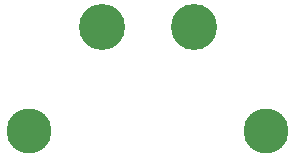
<source format=gbr>
%TF.GenerationSoftware,KiCad,Pcbnew,7.0.1*%
%TF.CreationDate,2023-03-29T13:12:41+01:00*%
%TF.ProjectId,LedBoard,4c656442-6f61-4726-942e-6b696361645f,rev?*%
%TF.SameCoordinates,Original*%
%TF.FileFunction,Copper,L2,Bot*%
%TF.FilePolarity,Positive*%
%FSLAX46Y46*%
G04 Gerber Fmt 4.6, Leading zero omitted, Abs format (unit mm)*
G04 Created by KiCad (PCBNEW 7.0.1) date 2023-03-29 13:12:41*
%MOMM*%
%LPD*%
G01*
G04 APERTURE LIST*
%TA.AperFunction,ComponentPad*%
%ADD10C,3.800000*%
%TD*%
%TA.AperFunction,ComponentPad*%
%ADD11O,3.900000X3.900000*%
%TD*%
%TA.AperFunction,ComponentPad*%
%ADD12C,3.900000*%
%TD*%
G04 APERTURE END LIST*
D10*
%TO.P,H1,1,1*%
%TO.N,GND*%
X80000000Y-31000000D03*
%TD*%
D11*
%TO.P,J1,1,Pin_1*%
%TO.N,+12V*%
X86100000Y-22200000D03*
D12*
%TO.P,J1,2,Pin_2*%
%TO.N,GND*%
X93900000Y-22200000D03*
%TD*%
D10*
%TO.P,H2,1,1*%
%TO.N,GND*%
X100000000Y-31000000D03*
%TD*%
M02*

</source>
